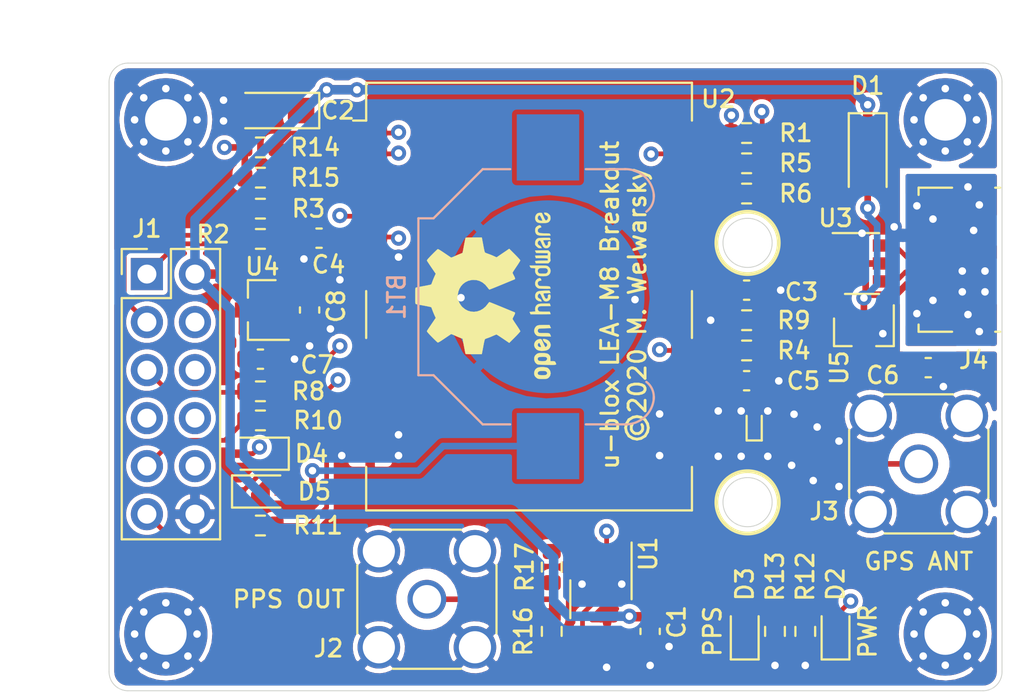
<source format=kicad_pcb>
(kicad_pcb (version 20171130) (host pcbnew 5.1.8-5.1.8)
  (layers (0 F.Cu signal) (1 In1.Cu power) (2 In2.Cu mixed) (31 B.Cu signal) (34 B.Paste user) (35 F.Paste user) (36 B.SilkS user) (37 F.SilkS user) (38 B.Mask user) (39 F.Mask user) (44 Edge.Cuts user))
  (net 0 "")
  (net 1 GND)
  (net 2 /GPS_RF)
  (net 3 "Net-(R4-Pad1)")
  (net 4 "Net-(R6-Pad2)")
  (net 5 /GPS_RXD)
  (net 6 /GPS_TXD)
  (net 7 VDD)
  (net 8 +5V)
  (net 9 "Net-(J4-Pad3)")
  (net 10 "Net-(J4-Pad2)")
  (net 11 "Net-(C5-Pad1)")
  (net 12 "Net-(J1-Pad3)")
  (net 13 "Net-(R5-Pad2)")
  (net 14 /USB_VBUS)
  (net 15 /VDD_USB)
  (net 16 "Net-(J1-Pad11)")
  (net 17 "Net-(J1-Pad10)")
  (net 18 "Net-(J1-Pad9)")
  (net 19 /SDA)
  (net 20 "Net-(J1-Pad5)")
  (net 21 /SCL)
  (net 22 "Net-(J1-Pad1)")
  (net 23 /TIMEPULSE)
  (net 24 /EXTINT1)
  (net 25 /EXTINT0)
  (net 26 /TIMEPULSE2)
  (net 27 /USB_D+)
  (net 28 /USB_D-)
  (net 29 "Net-(D2-Pad1)")
  (net 30 "Net-(D3-Pad1)")
  (net 31 /V_BKP)
  (net 32 /D_SEL)
  (net 33 "Net-(R16-Pad2)")
  (net 34 "Net-(R17-Pad2)")
  (net 35 /PPS_OUT)
  (net 36 "Net-(BT1-Pad1)")
  (module Package_TO_SOT_SMD:SOT-23 (layer F.Cu) (at 159.4 112.01 270)
    (fp_text reference U5 (at 1.9 1.3 90) (layer F.SilkS) (effects (font (size 0.9 0.9))))
    (fp_text value XC6206P332MR)
    (pad 3 smd rect (at 1 0 270) (size 0.9 0.8) (layers F.Cu F.Paste F.Mask) (net 14 /USB_VBUS))
    (pad 2 smd rect (at -1 0.95 270) (size 0.9 0.8) (layers F.Cu F.Paste F.Mask) (net 15 /VDD_USB))
    (pad 1 smd rect (at -1 -0.95 270) (size 0.9 0.8) (layers F.Cu F.Paste F.Mask) (net 1 GND))
  )
  (module Capacitor_SMD:C_0603_1608Metric (layer F.Cu) (at 153.2 109.81)
    (fp_text reference C3 (at 2.9 0.1) (layer F.SilkS) (effects (font (size 0.9 0.9))))
    (fp_text value 1u)
    (pad 2 smd roundrect (at 0.775 0) (size 0.9 0.95) (layers F.Cu F.Paste F.Mask) (net 1 GND))
    (pad 1 smd roundrect (at -0.775 0) (size 0.9 0.95) (layers F.Cu F.Paste F.Mask) (net 15 /VDD_USB))
  )
  (module Symbol:OSHW-Logo2_9.8x8mm_SilkScreen (layer F.Cu) (at 139.4 110.11 90)
    (fp_text reference OSHW1 hide)
    (fp_text value Logo_Open_Hardware_Small hide)
  )
  (module Capacitor_Tantalum_SMD:CP_EIA-3216-18_Kemet-A (layer F.Cu) (at 128.3 100.31 180)
    (fp_text reference C2 (at -3.3 0) (layer F.SilkS) (effects (font (size 0.9 0.9))))
    (fp_text value 10u)
    (pad 2 smd roundrect (at 1.35 0 180) (size 1.4 1.35) (layers F.Cu F.Paste F.Mask) (roundrect_rratio 0.1851844444444445) (net 1 GND))
    (pad 1 smd roundrect (at -1.35 0 180) (size 1.4 1.35) (layers F.Cu F.Paste F.Mask) (roundrect_rratio 0.1851844444444445) (net 8 +5V))
  )
  (module Diode_SMD:D_SOD-323 (layer F.Cu) (at 127.5 120.46)
    (fp_text reference D5 (at 2.85 0) (layer F.SilkS) (effects (font (size 0.9 0.9))))
    (fp_text value BAT54HT1G)
    (pad 2 smd rect (at 1.05 0) (size 0.6 0.45) (layers F.Cu F.Paste F.Mask) (net 36 "Net-(BT1-Pad1)"))
    (pad 1 smd rect (at -1.05 0) (size 0.6 0.45) (layers F.Cu F.Paste F.Mask) (net 31 /V_BKP))
  )
  (module Diode_SMD:D_SOD-923 (layer F.Cu) (at 153.6 116.96 90)
    (fp_text reference D6 hide)
    (fp_text value ESD9R3.3ST5G)
    (pad 2 smd rect (at 0.42 0 270) (size 0.36 0.25) (layers F.Cu F.Paste F.Mask) (net 1 GND))
    (pad 1 smd rect (at -0.42 0 270) (size 0.36 0.25) (layers F.Cu F.Paste F.Mask) (net 2 /GPS_RF) (clearance 0.2))
  )
  (module Capacitor_SMD:C_0603_1608Metric (layer F.Cu) (at 148.1 127.86 270)
    (fp_text reference C1 (at -0.5 -1.4 90) (layer F.SilkS) (effects (font (size 0.9 0.9))))
    (fp_text value 100n)
    (pad 2 smd roundrect (at 0.775 0 270) (size 0.9 0.95) (layers F.Cu F.Paste F.Mask) (net 1 GND))
    (pad 1 smd roundrect (at -0.775 0 270) (size 0.9 0.95) (layers F.Cu F.Paste F.Mask) (net 8 +5V))
  )
  (module Package_SO:VSSOP-8_3.0x3.0mm_P0.65mm (layer F.Cu) (at 145.5 126.16 270)
    (fp_text reference U1 (at -2.4 -2.5 90) (layer F.SilkS) (effects (font (size 0.9 0.9))))
    (fp_text value 74HCT2G125DP,125)
    (pad 8 smd rect (at 2.2 -0.975 180) (size 0.45 1.45) (layers F.Cu F.Paste F.Mask) (net 8 +5V))
    (pad 7 smd rect (at 2.2 -0.325 180) (size 0.45 1.45) (layers F.Cu F.Paste F.Mask) (net 1 GND))
    (pad 6 smd rect (at 2.2 0.325 180) (size 0.45 1.45) (layers F.Cu F.Paste F.Mask) (net 33 "Net-(R16-Pad2)"))
    (pad 5 smd rect (at 2.2 0.975 180) (size 0.45 1.45) (layers F.Cu F.Paste F.Mask) (net 23 /TIMEPULSE))
    (pad 4 smd rect (at -2.2 0.975 180) (size 0.45 1.45) (layers F.Cu F.Paste F.Mask) (net 1 GND))
    (pad 3 smd rect (at -2.2 0.325 180) (size 0.45 1.45) (layers F.Cu F.Paste F.Mask) (net 34 "Net-(R17-Pad2)"))
    (pad 2 smd rect (at -2.2 -0.325 180) (size 0.45 1.45) (layers F.Cu F.Paste F.Mask) (net 23 /TIMEPULSE))
    (pad 1 smd rect (at -2.2 -0.975 180) (size 0.45 1.45) (layers F.Cu F.Paste F.Mask) (net 1 GND))
  )
  (module Resistor_SMD:R_0603_1608Metric (layer F.Cu) (at 142.9 124.46 90)
    (fp_text reference R17 (at 0 -1.43 90) (layer F.SilkS) (effects (font (size 0.9 0.9))))
    (fp_text value 82)
    (pad 2 smd roundrect (at 0.825 0 90) (size 0.8 0.95) (layers F.Cu F.Paste F.Mask) (net 34 "Net-(R17-Pad2)"))
    (pad 1 smd roundrect (at -0.825 0 90) (size 0.8 0.95) (layers F.Cu F.Paste F.Mask) (net 35 /PPS_OUT) (clearance 0.2))
  )
  (module Resistor_SMD:R_0603_1608Metric (layer F.Cu) (at 142.9 127.86 270)
    (fp_text reference R16 (at 0 1.5 90) (layer F.SilkS) (effects (font (size 0.9 0.9))))
    (fp_text value 82)
    (pad 2 smd roundrect (at 0.825 0 270) (size 0.8 0.95) (layers F.Cu F.Paste F.Mask) (net 33 "Net-(R16-Pad2)"))
    (pad 1 smd roundrect (at -0.825 0 270) (size 0.8 0.95) (layers F.Cu F.Paste F.Mask) (net 35 /PPS_OUT) (clearance 0.2))
  )
  (module Connector_Coaxial:SMA_Amphenol_132134_Vertical (layer F.Cu) (at 136.3 126.16 180)
    (fp_text reference J2 (at 5.2 -2.6) (layer F.SilkS) (effects (font (size 0.9 0.9))))
    (fp_text value Conn_Coaxial)
    (pad 2 thru_hole circle (at -2.54 2.54 180) (size 2.25 2.25) (drill 1.7) (layers *.Cu *.Mask) (net 1 GND))
    (pad 2 thru_hole circle (at -2.54 -2.54 180) (size 2.25 2.25) (drill 1.7) (layers *.Cu *.Mask) (net 1 GND))
    (pad 2 thru_hole circle (at 2.54 -2.54 180) (size 2.25 2.25) (drill 1.7) (layers *.Cu *.Mask) (net 1 GND))
    (pad 2 thru_hole circle (at 2.54 2.54 180) (size 2.25 2.25) (drill 1.7) (layers *.Cu *.Mask) (net 1 GND))
    (pad 1 thru_hole circle (at 0 0 180) (size 2.05 2.05) (drill 1.5) (layers *.Cu *.Mask) (net 35 /PPS_OUT))
  )
  (module Resistor_SMD:R_0603_1608Metric (layer F.Cu) (at 127.5 102.26 180)
    (fp_text reference R14 (at -2.9 0) (layer F.SilkS) (effects (font (size 0.9 0.9))))
    (fp_text value DNP)
    (pad 2 smd roundrect (at 0.825 0 180) (size 0.8 0.95) (layers F.Cu F.Paste F.Mask) (net 7 VDD))
    (pad 1 smd roundrect (at -0.825 0 180) (size 0.8 0.95) (layers F.Cu F.Paste F.Mask) (net 19 /SDA))
  )
  (module Diode_SMD:D_SOD-323 (layer F.Cu) (at 127.5 118.46 180)
    (fp_text reference D4 (at -2.7 0) (layer F.SilkS) (effects (font (size 0.9 0.9))))
    (fp_text value 1N4148WS)
    (pad 2 smd rect (at 1.05 0 180) (size 0.6 0.45) (layers F.Cu F.Paste F.Mask) (net 7 VDD))
    (pad 1 smd rect (at -1.05 0 180) (size 0.6 0.45) (layers F.Cu F.Paste F.Mask) (net 31 /V_BKP))
  )
  (module Battery:BatteryHolder_Keystone_3000_1x12mm (layer B.Cu) (at 142.7 110.16 270)
    (fp_text reference BT1 (at 0 8 90) (layer B.SilkS) (effects (font (size 0.9 0.9)) (justify mirror)))
    (fp_text value "Keystone 3000")
    (pad 2 smd circle (at 0 0 270) (size 10.2 10.2) (layers B.Cu B.Mask) (net 1 GND))
    (pad 1 smd rect (at 7.9 0 270) (size 3.5 3.3) (layers B.Cu B.Paste B.Mask) (net 36 "Net-(BT1-Pad1)"))
    (pad 1 smd rect (at -7.9 0 270) (size 3.5 3.3) (layers B.Cu B.Paste B.Mask) (net 36 "Net-(BT1-Pad1)"))
  )
  (module Resistor_SMD:R_0603_1608Metric (layer F.Cu) (at 127.5 103.86 180)
    (fp_text reference R15 (at -2.9 0) (layer F.SilkS) (effects (font (size 0.9 0.9))))
    (fp_text value DNP)
    (pad 2 smd roundrect (at 0.825 0 180) (size 0.8 0.95) (layers F.Cu F.Paste F.Mask) (net 7 VDD))
    (pad 1 smd roundrect (at -0.825 0 180) (size 0.8 0.95) (layers F.Cu F.Paste F.Mask) (net 21 /SCL))
  )
  (module Resistor_SMD:R_0603_1608Metric (layer F.Cu) (at 153.2 111.4)
    (fp_text reference R9 (at 2.5 0.01 180) (layer F.SilkS) (effects (font (size 0.9 0.9))))
    (fp_text value 100k)
    (pad 2 smd roundrect (at 0.825 0) (size 0.8 0.95) (layers F.Cu F.Paste F.Mask) (net 15 /VDD_USB))
    (pad 1 smd roundrect (at -0.825 0) (size 0.8 0.95) (layers F.Cu F.Paste F.Mask) (net 1 GND))
  )
  (module Resistor_SMD:R_0603_1608Metric (layer F.Cu) (at 153.2 113)
    (fp_text reference R4 (at 2.5 0.01) (layer F.SilkS) (effects (font (size 0.9 0.9))))
    (fp_text value 10)
    (pad 2 smd roundrect (at 0.825 0) (size 0.8 0.95) (layers F.Cu F.Paste F.Mask) (net 11 "Net-(C5-Pad1)"))
    (pad 1 smd roundrect (at -0.825 0) (size 0.8 0.95) (layers F.Cu F.Paste F.Mask) (net 3 "Net-(R4-Pad1)"))
  )
  (module Capacitor_SMD:C_0603_1608Metric (layer F.Cu) (at 153.2 114.6)
    (fp_text reference C5 (at 3 0.01) (layer F.SilkS) (effects (font (size 0.9 0.9))))
    (fp_text value 10n)
    (pad 2 smd roundrect (at 0.775 0) (size 0.9 0.95) (layers F.Cu F.Paste F.Mask) (net 1 GND))
    (pad 1 smd roundrect (at -0.775 0) (size 0.9 0.95) (layers F.Cu F.Paste F.Mask) (net 11 "Net-(C5-Pad1)"))
  )
  (module Package_TO_SOT_SMD:SOT-23 (layer F.Cu) (at 127.6 110.86 180)
    (fp_text reference U4 (at 0 2.3) (layer F.SilkS) (effects (font (size 0.9 0.9))))
    (fp_text value XC6206P332MR)
    (pad 3 smd rect (at 1 0 180) (size 0.9 0.8) (layers F.Cu F.Paste F.Mask) (net 8 +5V))
    (pad 2 smd rect (at -1 0.95 180) (size 0.9 0.8) (layers F.Cu F.Paste F.Mask) (net 7 VDD))
    (pad 1 smd rect (at -1 -0.95 180) (size 0.9 0.8) (layers F.Cu F.Paste F.Mask) (net 1 GND))
  )
  (module Capacitor_SMD:C_0603_1608Metric (layer F.Cu) (at 130.1 110.86 270)
    (fp_text reference C8 (at -0.2 -1.4 270) (layer F.SilkS) (effects (font (size 0.9 0.9))))
    (fp_text value 1u)
    (pad 2 smd roundrect (at 0.775 0 270) (size 0.9 0.95) (layers F.Cu F.Paste F.Mask) (net 1 GND))
    (pad 1 smd roundrect (at -0.775 0 270) (size 0.9 0.95) (layers F.Cu F.Paste F.Mask) (net 7 VDD))
  )
  (module Capacitor_SMD:C_0603_1608Metric (layer F.Cu) (at 127.5 113.46)
    (fp_text reference C7 (at 3 0.3) (layer F.SilkS) (effects (font (size 0.9 0.9))))
    (fp_text value 1u)
    (pad 2 smd roundrect (at 0.775 0) (size 0.9 0.95) (layers F.Cu F.Paste F.Mask) (net 1 GND))
    (pad 1 smd roundrect (at -0.775 0) (size 0.9 0.95) (layers F.Cu F.Paste F.Mask) (net 8 +5V))
  )
  (module LED_SMD:LED_0603_1608Metric (layer F.Cu) (at 153.1 127.86 90)
    (fp_text reference D3 (at 2.5 0 90) (layer F.SilkS) (effects (font (size 0.9 0.9))))
    (fp_text value "LED Red")
    (pad 2 smd roundrect (at 0.7875 0 90) (size 0.875 0.95) (layers F.Cu F.Paste F.Mask) (net 23 /TIMEPULSE))
    (pad 1 smd roundrect (at -0.7875 0 90) (size 0.875 0.95) (layers F.Cu F.Paste F.Mask) (net 30 "Net-(D3-Pad1)"))
  )
  (module LED_SMD:LED_0603_1608Metric (layer F.Cu) (at 157.9 127.86 90)
    (fp_text reference D2 (at 2.5 0 90) (layer F.SilkS) (effects (font (size 0.9 0.9))))
    (fp_text value "LED Green")
    (pad 2 smd roundrect (at 0.7875 0 90) (size 0.875 0.95) (layers F.Cu F.Paste F.Mask) (net 7 VDD))
    (pad 1 smd roundrect (at -0.7875 0 90) (size 0.875 0.95) (layers F.Cu F.Paste F.Mask) (net 29 "Net-(D2-Pad1)"))
  )
  (module Diode_SMD:D_SOD-123 (layer F.Cu) (at 159.6 102.7 270)
    (fp_text reference D1 (at -3.7 0 180) (layer F.SilkS) (effects (font (size 0.9 0.9))))
    (fp_text value B5819W)
    (pad 2 smd rect (at 1.65 0 270) (size 0.9 1.2) (layers F.Cu F.Paste F.Mask) (net 14 /USB_VBUS))
    (pad 1 smd rect (at -1.65 0 270) (size 0.9 1.2) (layers F.Cu F.Paste F.Mask) (net 8 +5V))
  )
  (module Capacitor_SMD:C_0603_1608Metric (layer F.Cu) (at 162.8 113.91)
    (fp_text reference C6 (at -2.4 0.4) (layer F.SilkS) (effects (font (size 0.9 0.9))))
    (fp_text value 1u)
    (pad 2 smd roundrect (at 0.775 0) (size 0.9 0.95) (layers F.Cu F.Paste F.Mask) (net 1 GND))
    (pad 1 smd roundrect (at -0.775 0) (size 0.9 0.95) (layers F.Cu F.Paste F.Mask) (net 14 /USB_VBUS))
  )
  (module Connector_USB:USB_Micro-B_Molex_47346-0001 (layer F.Cu) (at 164 108.2 90)
    (fp_text reference J4 (at -5.31 1.2) (layer F.SilkS) (effects (font (size 0.9 0.9))))
    (fp_text value USB_B_Micro)
    (pad 6 smd rect (at 1.55 1.2 90) (size 1 1.9) (layers F.Cu F.Paste F.Mask) (net 1 GND))
    (pad 6 smd rect (at -1.15 1.2 90) (size 1.8 1.9) (layers F.Cu F.Paste F.Mask) (net 1 GND))
    (pad 6 smd rect (at 3.375 1.2 90) (size 1.65 1.3) (layers F.Cu F.Paste F.Mask) (net 1 GND))
    (pad 6 smd rect (at -3.375 1.2 90) (size 1.65 1.3) (layers F.Cu F.Paste F.Mask) (net 1 GND))
    (pad 6 smd rect (at 2.4875 -1.375 90) (size 1.425 1.55) (layers F.Cu F.Paste F.Mask) (net 1 GND))
    (pad 6 smd rect (at -2.4875 -1.375 90) (size 1.425 1.55) (layers F.Cu F.Paste F.Mask) (net 1 GND))
    (pad 5 smd rect (at 1.3 -1.46 90) (size 0.45 1.38) (layers F.Cu F.Paste F.Mask) (net 1 GND))
    (pad 4 smd rect (at 0.65 -1.46 90) (size 0.45 1.38) (layers F.Cu F.Paste F.Mask))
    (pad 3 smd rect (at 0 -1.46 90) (size 0.45 1.38) (layers F.Cu F.Paste F.Mask) (net 9 "Net-(J4-Pad3)"))
    (pad 2 smd rect (at -0.65 -1.46 90) (size 0.45 1.38) (layers F.Cu F.Paste F.Mask) (net 10 "Net-(J4-Pad2)"))
    (pad 1 smd rect (at -1.3 -1.46 90) (size 0.45 1.38) (layers F.Cu F.Paste F.Mask) (net 14 /USB_VBUS))
  )
  (module Resistor_SMD:R_0603_1608Metric (layer F.Cu) (at 154.7 127.86 90)
    (fp_text reference R13 (at 2.9 0 90) (layer F.SilkS) (effects (font (size 0.9 0.9))))
    (fp_text value 620)
    (pad 2 smd roundrect (at 0.825 0 90) (size 0.8 0.95) (layers F.Cu F.Paste F.Mask) (net 30 "Net-(D3-Pad1)"))
    (pad 1 smd roundrect (at -0.825 0 90) (size 0.8 0.95) (layers F.Cu F.Paste F.Mask) (net 1 GND))
  )
  (module Resistor_SMD:R_0603_1608Metric (layer F.Cu) (at 156.3 127.86 90)
    (fp_text reference R12 (at 2.9 0 90) (layer F.SilkS) (effects (font (size 0.9 0.9))))
    (fp_text value 620)
    (pad 2 smd roundrect (at 0.825 0 90) (size 0.8 0.95) (layers F.Cu F.Paste F.Mask) (net 29 "Net-(D2-Pad1)"))
    (pad 1 smd roundrect (at -0.825 0 90) (size 0.8 0.95) (layers F.Cu F.Paste F.Mask) (net 1 GND))
  )
  (module MountingHole:MountingHole_2.2mm_M2_Pad_Via (layer F.Cu) (at 122.5 128)
    (fp_text reference H4 hide)
    (fp_text value MountingHole_Pad)
    (pad 1 thru_hole circle (at 1.166726 -1.166726) (size 0.7 0.7) (drill 0.4) (layers *.Cu *.Mask) (net 1 GND))
    (pad 1 thru_hole circle (at 0 -1.65) (size 0.7 0.7) (drill 0.4) (layers *.Cu *.Mask) (net 1 GND))
    (pad 1 thru_hole circle (at -1.166726 -1.166726) (size 0.7 0.7) (drill 0.4) (layers *.Cu *.Mask) (net 1 GND))
    (pad 1 thru_hole circle (at -1.65 0) (size 0.7 0.7) (drill 0.4) (layers *.Cu *.Mask) (net 1 GND))
    (pad 1 thru_hole circle (at -1.166726 1.166726) (size 0.7 0.7) (drill 0.4) (layers *.Cu *.Mask) (net 1 GND))
    (pad 1 thru_hole circle (at 0 1.65) (size 0.7 0.7) (drill 0.4) (layers *.Cu *.Mask) (net 1 GND))
    (pad 1 thru_hole circle (at 1.166726 1.166726) (size 0.7 0.7) (drill 0.4) (layers *.Cu *.Mask) (net 1 GND))
    (pad 1 thru_hole circle (at 1.65 0) (size 0.7 0.7) (drill 0.4) (layers *.Cu *.Mask) (net 1 GND))
    (pad 1 thru_hole circle (at 0 0) (size 4.4 4.4) (drill 2.2) (layers *.Cu *.Mask) (net 1 GND))
  )
  (module MountingHole:MountingHole_2.2mm_M2_Pad_Via (layer F.Cu) (at 163.7 128)
    (fp_text reference H3 hide)
    (fp_text value MountingHole_Pad)
    (pad 1 thru_hole circle (at 1.166726 -1.166726) (size 0.7 0.7) (drill 0.4) (layers *.Cu *.Mask) (net 1 GND))
    (pad 1 thru_hole circle (at 0 -1.65) (size 0.7 0.7) (drill 0.4) (layers *.Cu *.Mask) (net 1 GND))
    (pad 1 thru_hole circle (at -1.166726 -1.166726) (size 0.7 0.7) (drill 0.4) (layers *.Cu *.Mask) (net 1 GND))
    (pad 1 thru_hole circle (at -1.65 0) (size 0.7 0.7) (drill 0.4) (layers *.Cu *.Mask) (net 1 GND))
    (pad 1 thru_hole circle (at -1.166726 1.166726) (size 0.7 0.7) (drill 0.4) (layers *.Cu *.Mask) (net 1 GND))
    (pad 1 thru_hole circle (at 0 1.65) (size 0.7 0.7) (drill 0.4) (layers *.Cu *.Mask) (net 1 GND))
    (pad 1 thru_hole circle (at 1.166726 1.166726) (size 0.7 0.7) (drill 0.4) (layers *.Cu *.Mask) (net 1 GND))
    (pad 1 thru_hole circle (at 1.65 0) (size 0.7 0.7) (drill 0.4) (layers *.Cu *.Mask) (net 1 GND))
    (pad 1 thru_hole circle (at 0 0) (size 4.4 4.4) (drill 2.2) (layers *.Cu *.Mask) (net 1 GND))
  )
  (module MountingHole:MountingHole_2.2mm_M2_Pad_Via (layer F.Cu) (at 163.7 100.8)
    (fp_text reference H2 hide)
    (fp_text value MountingHole_Pad)
    (pad 1 thru_hole circle (at 1.166726 -1.166726) (size 0.7 0.7) (drill 0.4) (layers *.Cu *.Mask) (net 1 GND))
    (pad 1 thru_hole circle (at 0 -1.65) (size 0.7 0.7) (drill 0.4) (layers *.Cu *.Mask) (net 1 GND))
    (pad 1 thru_hole circle (at -1.166726 -1.166726) (size 0.7 0.7) (drill 0.4) (layers *.Cu *.Mask) (net 1 GND))
    (pad 1 thru_hole circle (at -1.65 0) (size 0.7 0.7) (drill 0.4) (layers *.Cu *.Mask) (net 1 GND))
    (pad 1 thru_hole circle (at -1.166726 1.166726) (size 0.7 0.7) (drill 0.4) (layers *.Cu *.Mask) (net 1 GND))
    (pad 1 thru_hole circle (at 0 1.65) (size 0.7 0.7) (drill 0.4) (layers *.Cu *.Mask) (net 1 GND))
    (pad 1 thru_hole circle (at 1.166726 1.166726) (size 0.7 0.7) (drill 0.4) (layers *.Cu *.Mask) (net 1 GND))
    (pad 1 thru_hole circle (at 1.65 0) (size 0.7 0.7) (drill 0.4) (layers *.Cu *.Mask) (net 1 GND))
    (pad 1 thru_hole circle (at 0 0) (size 4.4 4.4) (drill 2.2) (layers *.Cu *.Mask) (net 1 GND))
  )
  (module MountingHole:MountingHole_2.2mm_M2_Pad_Via (layer F.Cu) (at 122.5 100.8)
    (fp_text reference H1 hide)
    (fp_text value MountingHole_Pad)
    (pad 1 thru_hole circle (at 1.166726 -1.166726) (size 0.7 0.7) (drill 0.4) (layers *.Cu *.Mask) (net 1 GND))
    (pad 1 thru_hole circle (at 0 -1.65) (size 0.7 0.7) (drill 0.4) (layers *.Cu *.Mask) (net 1 GND))
    (pad 1 thru_hole circle (at -1.166726 -1.166726) (size 0.7 0.7) (drill 0.4) (layers *.Cu *.Mask) (net 1 GND))
    (pad 1 thru_hole circle (at -1.65 0) (size 0.7 0.7) (drill 0.4) (layers *.Cu *.Mask) (net 1 GND))
    (pad 1 thru_hole circle (at -1.166726 1.166726) (size 0.7 0.7) (drill 0.4) (layers *.Cu *.Mask) (net 1 GND))
    (pad 1 thru_hole circle (at 0 1.65) (size 0.7 0.7) (drill 0.4) (layers *.Cu *.Mask) (net 1 GND))
    (pad 1 thru_hole circle (at 1.166726 1.166726) (size 0.7 0.7) (drill 0.4) (layers *.Cu *.Mask) (net 1 GND))
    (pad 1 thru_hole circle (at 1.65 0) (size 0.7 0.7) (drill 0.4) (layers *.Cu *.Mask) (net 1 GND))
    (pad 1 thru_hole circle (at 0 0) (size 4.4 4.4) (drill 2.2) (layers *.Cu *.Mask) (net 1 GND))
  )
  (module Resistor_SMD:R_0603_1608Metric (layer F.Cu) (at 127.5 122.26)
    (fp_text reference R11 (at 3.048 0) (layer F.SilkS) (effects (font (size 0.9 0.9))))
    (fp_text value 27)
    (pad 2 smd roundrect (at 0.825 0) (size 0.8 0.95) (layers F.Cu F.Paste F.Mask) (net 26 /TIMEPULSE2))
    (pad 1 smd roundrect (at -0.825 0) (size 0.8 0.95) (layers F.Cu F.Paste F.Mask) (net 16 "Net-(J1-Pad11)"))
  )
  (module Resistor_SMD:R_0603_1608Metric (layer F.Cu) (at 127.5 116.7)
    (fp_text reference R10 (at 3.048 0) (layer F.SilkS) (effects (font (size 0.9 0.9))))
    (fp_text value 27)
    (pad 2 smd roundrect (at 0.825 0) (size 0.8 0.95) (layers F.Cu F.Paste F.Mask) (net 24 /EXTINT1))
    (pad 1 smd roundrect (at -0.825 0) (size 0.8 0.95) (layers F.Cu F.Paste F.Mask) (net 18 "Net-(J1-Pad9)"))
  )
  (module Resistor_SMD:R_0603_1608Metric (layer F.Cu) (at 127.5 115.16)
    (fp_text reference R8 (at 2.54 0) (layer F.SilkS) (effects (font (size 0.9 0.9))))
    (fp_text value 27)
    (pad 2 smd roundrect (at 0.825 0) (size 0.8 0.95) (layers F.Cu F.Paste F.Mask) (net 25 /EXTINT0))
    (pad 1 smd roundrect (at -0.825 0) (size 0.8 0.95) (layers F.Cu F.Paste F.Mask) (net 20 "Net-(J1-Pad5)"))
  )
  (module Connector_PinHeader_2.54mm:PinHeader_2x06_P2.54mm_Vertical (layer F.Cu) (at 121.5 108.96)
    (fp_text reference J1 (at 0 -2.4) (layer F.SilkS) (effects (font (size 0.9 0.9))))
    (fp_text value Conn_02x06_Odd_Even)
    (pad 12 thru_hole oval (at 2.54 12.7) (size 1.7 1.7) (drill 1) (layers *.Cu *.Mask) (net 1 GND))
    (pad 11 thru_hole oval (at 0 12.7) (size 1.7 1.7) (drill 1) (layers *.Cu *.Mask) (net 16 "Net-(J1-Pad11)"))
    (pad 10 thru_hole oval (at 2.54 10.16) (size 1.7 1.7) (drill 1) (layers *.Cu *.Mask) (net 17 "Net-(J1-Pad10)"))
    (pad 9 thru_hole oval (at 0 10.16) (size 1.7 1.7) (drill 1) (layers *.Cu *.Mask) (net 18 "Net-(J1-Pad9)"))
    (pad 8 thru_hole oval (at 2.54 7.62) (size 1.7 1.7) (drill 1) (layers *.Cu *.Mask))
    (pad 7 thru_hole oval (at 0 7.62) (size 1.7 1.7) (drill 1) (layers *.Cu *.Mask) (net 32 /D_SEL))
    (pad 6 thru_hole oval (at 2.54 5.08) (size 1.7 1.7) (drill 1) (layers *.Cu *.Mask) (net 19 /SDA))
    (pad 5 thru_hole oval (at 0 5.08) (size 1.7 1.7) (drill 1) (layers *.Cu *.Mask) (net 20 "Net-(J1-Pad5)"))
    (pad 4 thru_hole oval (at 2.54 2.54) (size 1.7 1.7) (drill 1) (layers *.Cu *.Mask) (net 21 /SCL))
    (pad 3 thru_hole oval (at 0 2.54) (size 1.7 1.7) (drill 1) (layers *.Cu *.Mask) (net 12 "Net-(J1-Pad3)"))
    (pad 2 thru_hole oval (at 2.54 0) (size 1.7 1.7) (drill 1) (layers *.Cu *.Mask) (net 8 +5V))
    (pad 1 thru_hole rect (at 0 0) (size 1.7 1.7) (drill 1) (layers *.Cu *.Mask) (net 22 "Net-(J1-Pad1)"))
  )
  (module Resistor_SMD:R_0603_1608Metric (layer F.Cu) (at 153.2 104.7 180)
    (fp_text reference R6 (at -2.6 0) (layer F.SilkS) (effects (font (size 0.9 0.9))))
    (fp_text value 27)
    (pad 2 smd roundrect (at 0.825 0 180) (size 0.8 0.95) (layers F.Cu F.Paste F.Mask) (net 4 "Net-(R6-Pad2)"))
    (pad 1 smd roundrect (at -0.825 0 180) (size 0.8 0.95) (layers F.Cu F.Paste F.Mask) (net 28 /USB_D-))
  )
  (module Resistor_SMD:R_0603_1608Metric (layer F.Cu) (at 153.2 103.1 180)
    (fp_text reference R5 (at -2.6 0) (layer F.SilkS) (effects (font (size 0.9 0.9))))
    (fp_text value 27)
    (pad 2 smd roundrect (at 0.825 0 180) (size 0.8 0.95) (layers F.Cu F.Paste F.Mask) (net 13 "Net-(R5-Pad2)"))
    (pad 1 smd roundrect (at -0.825 0 180) (size 0.8 0.95) (layers F.Cu F.Paste F.Mask) (net 27 /USB_D+))
  )
  (module Resistor_SMD:R_0603_1608Metric (layer F.Cu) (at 127.5 105.5)
    (fp_text reference R3 (at 2.54 0) (layer F.SilkS) (effects (font (size 0.9 0.9))))
    (fp_text value 27)
    (pad 2 smd roundrect (at 0.825 0) (size 0.8 0.95) (layers F.Cu F.Paste F.Mask) (net 6 /GPS_TXD))
    (pad 1 smd roundrect (at -0.825 0) (size 0.8 0.95) (layers F.Cu F.Paste F.Mask) (net 12 "Net-(J1-Pad3)"))
  )
  (module Resistor_SMD:R_0603_1608Metric (layer F.Cu) (at 127.5 107.1)
    (fp_text reference R2 (at -2.5 -0.24) (layer F.SilkS) (effects (font (size 0.9 0.9))))
    (fp_text value 27)
    (pad 2 smd roundrect (at 0.825 0) (size 0.8 0.95) (layers F.Cu F.Paste F.Mask) (net 5 /GPS_RXD))
    (pad 1 smd roundrect (at -0.825 0) (size 0.8 0.95) (layers F.Cu F.Paste F.Mask) (net 22 "Net-(J1-Pad1)"))
  )
  (module Resistor_SMD:R_0603_1608Metric (layer F.Cu) (at 153.2 101.5)
    (fp_text reference R1 (at 2.6 0) (layer F.SilkS) (effects (font (size 0.9 0.9))))
    (fp_text value 27)
    (pad 2 smd roundrect (at 0.825 0) (size 0.8 0.95) (layers F.Cu F.Paste F.Mask) (net 17 "Net-(J1-Pad10)"))
    (pad 1 smd roundrect (at -0.825 0) (size 0.8 0.95) (layers F.Cu F.Paste F.Mask) (net 23 /TIMEPULSE))
  )
  (module Capacitor_SMD:C_0603_1608Metric (layer F.Cu) (at 130.6 107.06 180)
    (fp_text reference C4 (at -0.5 -1.4) (layer F.SilkS) (effects (font (size 0.9 0.9))))
    (fp_text value 1u)
    (pad 2 smd roundrect (at 0.775 0 180) (size 0.9 0.95) (layers F.Cu F.Paste F.Mask) (net 1 GND))
    (pad 1 smd roundrect (at -0.775 0 180) (size 0.9 0.95) (layers F.Cu F.Paste F.Mask) (net 7 VDD))
  )
  (module RF_GPS:ublox_LEA (layer F.Cu) (at 141.7 110)
    (fp_text reference U2 (at 10 -10.3) (layer F.SilkS) (effects (font (size 0.9 0.9))))
    (fp_text value UBLOX_LEA-M8T-0)
    (pad 28 smd roundrect (at 8.4 -8.5) (size 1.8 0.8) (layers F.Cu F.Paste F.Mask) (net 23 /TIMEPULSE))
    (pad 27 smd roundrect (at 8.4 -7.4) (size 1.8 0.8) (layers F.Cu F.Paste F.Mask) (net 25 /EXTINT0))
    (pad 26 smd roundrect (at 8.4 -6.3) (size 1.8 0.8) (layers F.Cu F.Paste F.Mask) (net 13 "Net-(R5-Pad2)"))
    (pad 25 smd roundrect (at 8.4 -5.2) (size 1.8 0.8) (layers F.Cu F.Paste F.Mask) (net 4 "Net-(R6-Pad2)"))
    (pad 24 smd roundrect (at 8.4 -4.1) (size 1.8 0.8) (layers F.Cu F.Paste F.Mask) (net 15 /VDD_USB))
    (pad 23 smd roundrect (at 8.4 -3) (size 1.8 0.8) (layers F.Cu F.Paste F.Mask))
    (pad 22 smd roundrect (at 8.4 -1.9) (size 1.8 0.8) (layers F.Cu F.Paste F.Mask))
    (pad 21 smd roundrect (at 8.4 -0.8) (size 1.8 0.8) (layers F.Cu F.Paste F.Mask))
    (pad 20 smd roundrect (at 8.4 3) (size 1.8 0.8) (layers F.Cu F.Paste F.Mask) (net 24 /EXTINT1))
    (pad 19 smd roundrect (at 8.4 4.1) (size 1.8 0.8) (layers F.Cu F.Paste F.Mask) (net 3 "Net-(R4-Pad1)"))
    (pad 18 smd roundrect (at 8.4 5.2) (size 1.8 0.8) (layers F.Cu F.Paste F.Mask) (net 11 "Net-(C5-Pad1)"))
    (pad 17 smd roundrect (at 8.4 6.3) (size 1.8 0.8) (layers F.Cu F.Paste F.Mask) (net 1 GND))
    (pad 16 smd roundrect (at 8.4 7.4) (size 1.8 0.8) (layers F.Cu F.Paste F.Mask) (net 2 /GPS_RF) (clearance 0.2))
    (pad 15 smd roundrect (at 8.4 8.5) (size 1.8 0.8) (layers F.Cu F.Paste F.Mask) (net 1 GND))
    (pad 14 smd roundrect (at -8.4 8.5) (size 1.8 0.8) (layers F.Cu F.Paste F.Mask) (net 1 GND))
    (pad 13 smd roundrect (at -8.4 7.4) (size 1.8 0.8) (layers F.Cu F.Paste F.Mask) (net 1 GND))
    (pad 12 smd roundrect (at -8.4 6.3) (size 1.8 0.8) (layers F.Cu F.Paste F.Mask) (net 26 /TIMEPULSE2))
    (pad 11 smd roundrect (at -8.4 5.2) (size 1.8 0.8) (layers F.Cu F.Paste F.Mask) (net 31 /V_BKP))
    (pad 10 smd roundrect (at -8.4 4.1) (size 1.8 0.8) (layers F.Cu F.Paste F.Mask))
    (pad 9 smd roundrect (at -8.4 3) (size 1.8 0.8) (layers F.Cu F.Paste F.Mask))
    (pad 8 smd roundrect (at -8.4 -0.8) (size 1.8 0.8) (layers F.Cu F.Paste F.Mask))
    (pad 7 smd roundrect (at -8.4 -1.9) (size 1.8 0.8) (layers F.Cu F.Paste F.Mask) (net 1 GND))
    (pad 6 smd roundrect (at -8.4 -3) (size 1.8 0.8) (layers F.Cu F.Paste F.Mask) (net 7 VDD))
    (pad 5 smd roundrect (at -8.4 -4.1) (size 1.8 0.8) (layers F.Cu F.Paste F.Mask) (net 32 /D_SEL))
    (pad 4 smd roundrect (at -8.4 -5.2) (size 1.8 0.8) (layers F.Cu F.Paste F.Mask) (net 5 /GPS_RXD))
    (pad 3 smd roundrect (at -8.4 -6.3) (size 1.8 0.8) (layers F.Cu F.Paste F.Mask) (net 6 /GPS_TXD))
    (pad 2 smd roundrect (at -8.4 -7.4) (size 1.8 0.8) (layers F.Cu F.Paste F.Mask) (net 21 /SCL))
    (pad 1 smd roundrect (at -8.4 -8.5) (size 1.8 0.8) (layers F.Cu F.Paste F.Mask) (net 19 /SDA))
  )
  (module Connector_Coaxial:SMA_Amphenol_132134_Vertical (layer F.Cu) (at 162.3 119)
    (fp_text reference J3 (at -5 2.51) (layer F.SilkS) (effects (font (size 0.9 0.9))))
    (fp_text value Conn_Coaxial)
    (pad 2 thru_hole circle (at -2.54 2.54) (size 2.25 2.25) (drill 1.7) (layers *.Cu *.Mask) (net 1 GND))
    (pad 2 thru_hole circle (at -2.54 -2.54) (size 2.25 2.25) (drill 1.7) (layers *.Cu *.Mask) (net 1 GND))
    (pad 2 thru_hole circle (at 2.54 -2.54) (size 2.25 2.25) (drill 1.7) (layers *.Cu *.Mask) (net 1 GND))
    (pad 2 thru_hole circle (at 2.54 2.54) (size 2.25 2.25) (drill 1.7) (layers *.Cu *.Mask) (net 1 GND))
    (pad 1 thru_hole circle (at 0 0) (size 2.05 2.05) (drill 1.5) (layers *.Cu *.Mask) (net 2 /GPS_RF))
  )
  (module Package_TO_SOT_SMD:SOT-23-6 (layer F.Cu) (at 159.3 108.4)
    (fp_text reference U3 (at -1.4 -2.4 180) (layer F.SilkS) (effects (font (size 0.9 0.9))))
    (fp_text value TPUSBLC6-2SC6)
    (pad 5 smd rect (at 1.1 0) (size 1.06 0.65) (layers F.Cu F.Paste F.Mask) (net 14 /USB_VBUS))
    (pad 6 smd rect (at 1.1 -0.95) (size 1.06 0.65) (layers F.Cu F.Paste F.Mask) (net 9 "Net-(J4-Pad3)"))
    (pad 4 smd rect (at 1.1 0.95) (size 1.06 0.65) (layers F.Cu F.Paste F.Mask) (net 10 "Net-(J4-Pad2)"))
    (pad 3 smd rect (at -1.1 0.95) (size 1.06 0.65) (layers F.Cu F.Paste F.Mask) (net 28 /USB_D-))
    (pad 2 smd rect (at -1.1 0) (size 1.06 0.65) (layers F.Cu F.Paste F.Mask) (net 1 GND))
    (pad 1 smd rect (at -1.1 -0.95) (size 1.06 0.65) (layers F.Cu F.Paste F.Mask) (net 27 /USB_D+))
  )
  (gr_text "PPS OUT" (at 129 126.16) (layer F.SilkS) (effects (font (size 0.9 0.9))))
  (gr_text "GPS ANT" (at 162.3 124.16) (layer F.SilkS) (effects (font (size 0.9 0.9))))
  (gr_text PWR (at 159.6 127.86 90) (layer F.SilkS) (effects (font (size 0.9 0.9))))
  (gr_text PPS (at 151.4 127.86 90) (layer F.SilkS) (effects (font (size 0.9 0.9))))
  (gr_circle (center 153.25 107.309) (end 154.55 107.309) (layer Edge.Cuts) (width 0.05))
  (gr_circle (center 153.25 121.025) (end 154.55 121.025) (layer Edge.Cuts) (width 0.05))
  (gr_arc (start 165.7 130) (end 165.7 131) (angle -90) (layer Edge.Cuts) (width 0.05))
  (gr_arc (start 165.7 98.8) (end 166.7 98.8) (angle -90) (layer Edge.Cuts) (width 0.05))
  (gr_arc (start 120.5 98.8) (end 120.5 97.8) (angle -90) (layer Edge.Cuts) (width 0.05))
  (gr_arc (start 120.5 130) (end 119.5 130) (angle -90) (layer Edge.Cuts) (width 0.05))
  (gr_circle (center 153.25 121.035) (end 154.9 121.035) (layer F.SilkS) (width 0.2))
  (gr_circle (center 153.25 107.31) (end 154.9 107.31) (layer F.SilkS) (width 0.2))
  (gr_text "u-blox LEA-M8 Breakout\n©2020 M. Welwarsky" (at 146.7 110.6 90) (layer F.SilkS) (effects (font (size 0.9 0.9))))
  (gr_line (start 120.5 131) (end 165.7 131) (layer Edge.Cuts) (width 0.05))
  (gr_line (start 119.5 98.8) (end 119.5 130) (layer Edge.Cuts) (width 0.05))
  (gr_line (start 165.7 97.8) (end 120.5 97.8) (layer Edge.Cuts) (width 0.05))
  (gr_line (start 166.7 130) (end 166.7 98.8) (layer Edge.Cuts) (width 0.05))
  (via (at 147.3 110.31) (size 0.8) (drill 0.4) (layers F.Cu B.Cu) (net 1))
  (via (at 138.1 110.21) (size 0.8) (drill 0.4) (layers F.Cu B.Cu) (net 1))
  (via (at 162.2 111.05) (size 0.8) (drill 0.4) (layers F.Cu B.Cu) (net 1))
  (via (at 163.05 110.35) (size 0.8) (drill 0.4) (layers F.Cu B.Cu) (net 1))
  (via (at 165.5 112) (size 0.8) (drill 0.4) (layers F.Cu B.Cu) (net 1))
  (via (at 164.9 111.1) (size 0.8) (drill 0.4) (layers F.Cu B.Cu) (net 1))
  (via (at 165.8 109.9) (size 0.8) (drill 0.4) (layers F.Cu B.Cu) (net 1))
  (via (at 164.6 109.9) (size 0.8) (drill 0.4) (layers F.Cu B.Cu) (net 1))
  (via (at 165.8 108.8) (size 0.8) (drill 0.4) (layers F.Cu B.Cu) (net 1))
  (via (at 164.6 108.8) (size 0.8) (drill 0.4) (layers F.Cu B.Cu) (net 1))
  (via (at 165.2 106.65) (size 0.8) (drill 0.4) (layers F.Cu B.Cu) (net 1))
  (via (at 163.05 106.05) (size 0.8) (drill 0.4) (layers F.Cu B.Cu) (net 1))
  (via (at 162.2 105.35) (size 0.8) (drill 0.4) (layers F.Cu B.Cu) (net 1))
  (via (at 165.5 105.3) (size 0.8) (drill 0.4) (layers F.Cu B.Cu) (net 1))
  (via (at 164.9 104.35) (size 0.8) (drill 0.4) (layers F.Cu B.Cu) (net 1))
  (via (at 159.3 106.799998) (size 0.8) (drill 0.4) (layers F.Cu B.Cu) (net 1))
  (segment (start 158.2 108.4) (end 158.771458 108.4) (width 0.35) (layer F.Cu) (net 1))
  (segment (start 158.771458 108.4) (end 159.3 107.871458) (width 0.35) (layer F.Cu) (net 1))
  (segment (start 159.3 107.871458) (end 159.3 106.799998) (width 0.35) (layer F.Cu) (net 1))
  (via (at 158.082041 117.793867) (size 0.8) (drill 0.4) (layers F.Cu B.Cu) (net 1))
  (via (at 156.928372 117.050568) (size 0.8) (drill 0.4) (layers F.Cu B.Cu) (net 1))
  (via (at 155.706027 116.374035) (size 0.8) (drill 0.4) (layers F.Cu B.Cu) (net 1))
  (via (at 154.318139 116.2) (size 0.8) (drill 0.4) (layers F.Cu B.Cu) (net 1))
  (via (at 152.912092 116.2) (size 0.8) (drill 0.4) (layers F.Cu B.Cu) (net 1))
  (via (at 151.7 118.6) (size 0.8) (drill 0.4) (layers F.Cu B.Cu) (net 1))
  (via (at 152.912092 118.6) (size 0.8) (drill 0.4) (layers F.Cu B.Cu) (net 1))
  (via (at 154.318139 118.6) (size 0.8) (drill 0.4) (layers F.Cu B.Cu) (net 1))
  (via (at 155.579434 119.07649) (size 0.8) (drill 0.4) (layers F.Cu B.Cu) (net 1))
  (via (at 156.72078 119.882672) (size 0.8) (drill 0.4) (layers F.Cu B.Cu) (net 1))
  (via (at 158.08189 120.197461) (size 0.8) (drill 0.4) (layers F.Cu B.Cu) (net 1))
  (via (at 151.7 116.2) (size 0.8) (drill 0.4) (layers F.Cu B.Cu) (net 1))
  (via (at 151.3 111.4) (size 0.8) (drill 0.4) (layers F.Cu B.Cu) (net 1))
  (via (at 131.8 118.56) (size 0.8) (drill 0.4) (layers F.Cu B.Cu) (net 1))
  (via (at 134.8 118.56) (size 0.8) (drill 0.4) (layers F.Cu B.Cu) (net 1))
  (via (at 154.9 114.61) (size 0.8) (drill 0.4) (layers F.Cu B.Cu) (net 1))
  (via (at 129.3 113.46) (size 0.8) (drill 0.4) (layers F.Cu B.Cu) (net 1))
  (via (at 129.8 108.16) (size 0.8) (drill 0.4) (layers F.Cu B.Cu) (net 1))
  (via (at 134.8 108.06) (size 0.8) (drill 0.4) (layers F.Cu B.Cu) (net 1))
  (via (at 131.7 109.26) (size 0.8) (drill 0.4) (layers F.Cu B.Cu) (net 1))
  (via (at 131.2 111.86) (size 0.8) (drill 0.4) (layers F.Cu B.Cu) (net 1))
  (via (at 130.1 112.76) (size 0.8) (drill 0.4) (layers F.Cu B.Cu) (net 1))
  (via (at 134.8 117.46) (size 0.8) (drill 0.4) (layers F.Cu B.Cu) (net 1))
  (via (at 148.6 116.36) (size 0.8) (drill 0.4) (layers F.Cu B.Cu) (net 1))
  (via (at 148.6 118.56) (size 0.8) (drill 0.4) (layers F.Cu B.Cu) (net 1))
  (via (at 149.1 128.66) (size 0.8) (drill 0.4) (layers F.Cu B.Cu) (net 1))
  (via (at 148.1 129.66) (size 0.8) (drill 0.4) (layers F.Cu B.Cu) (net 1))
  (via (at 161 106.46) (size 0.8) (drill 0.4) (layers F.Cu B.Cu) (net 1))
  (segment (start 154.6625 128.6475) (end 154.7 128.685) (width 0.25) (layer F.Cu) (net 1))
  (via (at 154.7 129.66) (size 0.8) (drill 0.4) (layers F.Cu B.Cu) (net 1))
  (via (at 156.3 129.66) (size 0.8) (drill 0.4) (layers F.Cu B.Cu) (net 1))
  (via (at 144.5 125.36) (size 0.8) (drill 0.4) (layers F.Cu B.Cu) (net 1))
  (via (at 146.6 125.36) (size 0.8) (drill 0.4) (layers F.Cu B.Cu) (net 1))
  (via (at 145.8 129.76) (size 0.8) (drill 0.4) (layers F.Cu B.Cu) (net 1))
  (segment (start 153.6 116.54) (end 153.6 116.21) (width 0.25) (layer F.Cu) (net 1))
  (via (at 125.55 99.76) (size 0.8) (drill 0.4) (layers F.Cu B.Cu) (net 1))
  (via (at 125.55 100.86) (size 0.8) (drill 0.4) (layers F.Cu B.Cu) (net 1))
  (via (at 163.6 114.91) (size 0.8) (drill 0.4) (layers F.Cu B.Cu) (net 1))
  (via (at 160.4 112.11) (size 0.8) (drill 0.4) (layers F.Cu B.Cu) (net 1))
  (via (at 155 109.81) (size 0.8) (drill 0.4) (layers F.Cu B.Cu) (net 1))
  (segment (start 151.256528 117.4) (end 150.1 117.4) (width 0.29337) (layer F.Cu) (net 2))
  (segment (start 156.492893 118.292893) (end 156.307106 118.107106) (width 0.29337) (layer F.Cu) (net 2))
  (segment (start 156.578712 118.3746) (end 156.492893 118.292893) (width 0.29337) (layer F.Cu) (net 2))
  (segment (start 156.668438 118.451998) (end 156.578712 118.3746) (width 0.29337) (layer F.Cu) (net 2))
  (segment (start 156.761854 118.5249) (end 156.668438 118.451998) (width 0.29337) (layer F.Cu) (net 2))
  (segment (start 156.858734 118.593131) (end 156.761854 118.5249) (width 0.29337) (layer F.Cu) (net 2))
  (segment (start 156.958845 118.656526) (end 156.858734 118.593131) (width 0.29337) (layer F.Cu) (net 2))
  (segment (start 157.061947 118.714932) (end 156.958845 118.656526) (width 0.29337) (layer F.Cu) (net 2))
  (segment (start 157.16779 118.768209) (end 157.061947 118.714932) (width 0.29337) (layer F.Cu) (net 2))
  (segment (start 157.27612 118.816228) (end 157.16779 118.768209) (width 0.29337) (layer F.Cu) (net 2))
  (segment (start 157.386675 118.858874) (end 157.27612 118.816228) (width 0.29337) (layer F.Cu) (net 2))
  (segment (start 157.49919 118.896044) (end 157.386675 118.858874) (width 0.29337) (layer F.Cu) (net 2))
  (segment (start 157.613393 118.927649) (end 157.49919 118.896044) (width 0.29337) (layer F.Cu) (net 2))
  (segment (start 157.72901 118.953611) (end 157.613393 118.927649) (width 0.29337) (layer F.Cu) (net 2))
  (segment (start 157.845761 118.973869) (end 157.72901 118.953611) (width 0.29337) (layer F.Cu) (net 2))
  (segment (start 157.963365 118.988374) (end 157.845761 118.973869) (width 0.29337) (layer F.Cu) (net 2))
  (segment (start 158.08154 118.997091) (end 157.963365 118.988374) (width 0.29337) (layer F.Cu) (net 2))
  (segment (start 158.2 119) (end 158.08154 118.997091) (width 0.29337) (layer F.Cu) (net 2))
  (segment (start 158.2 119) (end 162.3 119) (width 0.29337) (layer F.Cu) (net 2))
  (segment (start 156.221285 118.025398) (end 156.307106 118.107106) (width 0.29337) (layer F.Cu) (net 2))
  (segment (start 156.131559 117.948) (end 156.221285 118.025398) (width 0.29337) (layer F.Cu) (net 2))
  (segment (start 156.038144 117.875098) (end 156.131559 117.948) (width 0.29337) (layer F.Cu) (net 2))
  (segment (start 155.941264 117.806868) (end 156.038144 117.875098) (width 0.29337) (layer F.Cu) (net 2))
  (segment (start 155.841153 117.743473) (end 155.941264 117.806868) (width 0.29337) (layer F.Cu) (net 2))
  (segment (start 155.738051 117.685067) (end 155.841153 117.743473) (width 0.29337) (layer F.Cu) (net 2))
  (segment (start 155.632208 117.63179) (end 155.738051 117.685067) (width 0.29337) (layer F.Cu) (net 2))
  (segment (start 155.523878 117.58377) (end 155.632208 117.63179) (width 0.29337) (layer F.Cu) (net 2))
  (segment (start 155.413323 117.541125) (end 155.523878 117.58377) (width 0.29337) (layer F.Cu) (net 2))
  (segment (start 155.300808 117.503955) (end 155.413323 117.541125) (width 0.29337) (layer F.Cu) (net 2))
  (segment (start 155.186605 117.47235) (end 155.300808 117.503955) (width 0.29337) (layer F.Cu) (net 2))
  (segment (start 155.070989 117.446388) (end 155.186605 117.47235) (width 0.29337) (layer F.Cu) (net 2))
  (segment (start 154.954238 117.42613) (end 155.070989 117.446388) (width 0.29337) (layer F.Cu) (net 2))
  (segment (start 154.836634 117.411625) (end 154.954238 117.42613) (width 0.29337) (layer F.Cu) (net 2))
  (segment (start 154.718459 117.402908) (end 154.836634 117.411625) (width 0.29337) (layer F.Cu) (net 2))
  (segment (start 154.6 117.4) (end 154.718459 117.402908) (width 0.29337) (layer F.Cu) (net 2))
  (segment (start 154.6 117.4) (end 151.256528 117.4) (width 0.29337) (layer F.Cu) (net 2))
  (segment (start 151.275 114.1) (end 152.375 113) (width 0.25) (layer F.Cu) (net 3))
  (segment (start 150.1 114.1) (end 151.275 114.1) (width 0.25) (layer F.Cu) (net 3))
  (segment (start 152.275 104.8) (end 152.375 104.7) (width 0.25) (layer F.Cu) (net 4))
  (segment (start 150.1 104.8) (end 152.275 104.8) (width 0.25) (layer F.Cu) (net 4))
  (segment (start 130.625 104.8) (end 133.3 104.8) (width 0.25) (layer F.Cu) (net 5))
  (segment (start 128.325 107.1) (end 130.625 104.8) (width 0.25) (layer F.Cu) (net 5))
  (segment (start 130.125 103.7) (end 133.3 103.7) (width 0.25) (layer F.Cu) (net 6))
  (segment (start 128.325 105.5) (end 130.125 103.7) (width 0.25) (layer F.Cu) (net 6))
  (via (at 134.8 107.06) (size 0.8) (drill 0.4) (layers F.Cu B.Cu) (net 7))
  (segment (start 134.74 107) (end 134.8 107.06) (width 0.25) (layer F.Cu) (net 7))
  (segment (start 133.3 107) (end 134.74 107) (width 0.25) (layer F.Cu) (net 7))
  (segment (start 128.6 109.91) (end 129.15 109.91) (width 0.5) (layer F.Cu) (net 7))
  (segment (start 129.325 110.085) (end 130.1 110.085) (width 0.5) (layer F.Cu) (net 7))
  (segment (start 129.15 109.91) (end 129.325 110.085) (width 0.5) (layer F.Cu) (net 7))
  (segment (start 133.24 107.06) (end 133.3 107) (width 0.5) (layer F.Cu) (net 7))
  (segment (start 131.375 107.06) (end 133.24 107.06) (width 0.5) (layer F.Cu) (net 7))
  (segment (start 126.675 103.86) (end 126.675 102.26) (width 0.35) (layer F.Cu) (net 7))
  (segment (start 130.650001 108.568001) (end 130.650001 107.909999) (width 0.5) (layer F.Cu) (net 7))
  (segment (start 130.1 109.118002) (end 130.650001 108.568001) (width 0.5) (layer F.Cu) (net 7))
  (segment (start 130.1 110.085) (end 130.1 109.118002) (width 0.5) (layer F.Cu) (net 7))
  (segment (start 131.375 107.185) (end 131.375 107.06) (width 0.5) (layer F.Cu) (net 7))
  (segment (start 130.650001 107.909999) (end 131.375 107.185) (width 0.5) (layer F.Cu) (net 7))
  (via (at 158.7 126.26) (size 0.8) (drill 0.4) (layers F.Cu B.Cu) (net 7))
  (segment (start 157.9 127.06) (end 158.7 126.26) (width 0.25) (layer F.Cu) (net 7))
  (segment (start 157.9 127.0725) (end 157.9 127.06) (width 0.25) (layer F.Cu) (net 7))
  (via (at 125.600002 102.26) (size 0.8) (drill 0.4) (layers F.Cu B.Cu) (net 7))
  (segment (start 126.675 102.26) (end 125.600002 102.26) (width 0.35) (layer F.Cu) (net 7))
  (segment (start 126.45 118.46) (end 126.55 118.46) (width 0.25) (layer F.Cu) (net 7))
  (via (at 127.45 118.11) (size 0.8) (drill 0.4) (layers F.Cu B.Cu) (net 7))
  (segment (start 127.1 118.46) (end 127.45 118.11) (width 0.25) (layer F.Cu) (net 7))
  (segment (start 126.45 118.46) (end 127.1 118.46) (width 0.25) (layer F.Cu) (net 7))
  (via (at 159.600002 100) (size 0.8) (drill 0.4) (layers F.Cu B.Cu) (net 8))
  (segment (start 159.6 101.05) (end 159.6 100.000002) (width 0.5) (layer F.Cu) (net 8))
  (segment (start 159.6 100.000002) (end 159.600002 100) (width 0.5) (layer F.Cu) (net 8))
  (segment (start 124.04 108.96) (end 125.7 108.96) (width 0.5) (layer F.Cu) (net 8))
  (segment (start 126.6 109.86) (end 126.6 110.86) (width 0.5) (layer F.Cu) (net 8))
  (segment (start 125.7 108.96) (end 126.6 109.86) (width 0.5) (layer F.Cu) (net 8))
  (segment (start 126.6 112.06) (end 126.6 110.86) (width 0.5) (layer F.Cu) (net 8))
  (segment (start 126.725 112.185) (end 126.6 112.06) (width 0.5) (layer F.Cu) (net 8))
  (segment (start 126.725 113.46) (end 126.725 112.185) (width 0.5) (layer F.Cu) (net 8))
  (segment (start 148.1 127.085) (end 148.1 127.16) (width 0.35) (layer F.Cu) (net 8))
  (segment (start 146.9 128.36) (end 146.475 128.36) (width 0.35) (layer F.Cu) (net 8))
  (segment (start 148.1 127.16) (end 146.9 128.36) (width 0.35) (layer F.Cu) (net 8))
  (segment (start 124.04 109.541998) (end 124.04 108.96) (width 0.5) (layer B.Cu) (net 8))
  (via (at 147.000018 127.06) (size 0.8) (drill 0.4) (layers F.Cu B.Cu) (net 8))
  (segment (start 147.025018 127.085) (end 147.000018 127.06) (width 0.5) (layer F.Cu) (net 8))
  (segment (start 148.1 127.085) (end 147.025018 127.085) (width 0.5) (layer F.Cu) (net 8))
  (segment (start 125.9 110.82) (end 124.04 108.96) (width 0.5) (layer B.Cu) (net 8))
  (segment (start 125.9 118.96) (end 125.9 110.82) (width 0.5) (layer B.Cu) (net 8))
  (segment (start 128.6 121.66) (end 125.9 118.96) (width 0.5) (layer B.Cu) (net 8))
  (segment (start 140.7 121.66) (end 128.6 121.66) (width 0.5) (layer B.Cu) (net 8))
  (segment (start 143 123.96) (end 140.7 121.66) (width 0.5) (layer B.Cu) (net 8))
  (segment (start 143 126.26) (end 143 123.96) (width 0.5) (layer B.Cu) (net 8))
  (segment (start 143.8 127.06) (end 143 126.26) (width 0.5) (layer B.Cu) (net 8))
  (segment (start 147.000018 127.06) (end 143.8 127.06) (width 0.5) (layer B.Cu) (net 8))
  (segment (start 129.65 100.31) (end 129.8 100.31) (width 0.5) (layer F.Cu) (net 8))
  (segment (start 129.8 100.31) (end 130.9 99.21) (width 0.5) (layer F.Cu) (net 8))
  (segment (start 130.9 99.21) (end 131 99.21) (width 0.5) (layer F.Cu) (net 8))
  (segment (start 158.810002 99.21) (end 159.600002 100) (width 0.5) (layer B.Cu) (net 8))
  (segment (start 130.9 99.21) (end 158.810002 99.21) (width 0.5) (layer B.Cu) (net 8))
  (segment (start 124.04 106.07) (end 130.9 99.21) (width 0.5) (layer B.Cu) (net 8))
  (segment (start 124.04 108.96) (end 124.04 106.07) (width 0.5) (layer B.Cu) (net 8))
  (segment (start 131 99.21) (end 132.6 99.21) (width 0.5) (layer F.Cu) (net 8))
  (via (at 131 99.21) (size 0.8) (drill 0.4) (layers F.Cu B.Cu) (net 8))
  (segment (start 132.6 99.21) (end 132.6 99.21) (width 0.5) (layer F.Cu) (net 8))
  (via (at 132.6 99.21) (size 0.8) (drill 0.4) (layers F.Cu B.Cu) (net 8))
  (segment (start 161.8 108.2) (end 162.64 108.2) (width 0.25) (layer F.Cu) (net 9))
  (segment (start 161.05 107.45) (end 161.8 108.2) (width 0.25) (layer F.Cu) (net 9))
  (segment (start 160.4 107.45) (end 161.05 107.45) (width 0.25) (layer F.Cu) (net 9))
  (segment (start 161.097878 109.35) (end 161.597878 108.85) (width 0.25) (layer F.Cu) (net 10))
  (segment (start 160.4 109.35) (end 161.097878 109.35) (width 0.25) (layer F.Cu) (net 10))
  (segment (start 161.597878 108.85) (end 162.64 108.85) (width 0.25) (layer F.Cu) (net 10))
  (segment (start 154.025 113) (end 152.425 114.6) (width 0.25) (layer F.Cu) (net 11))
  (segment (start 151.825 115.2) (end 152.425 114.6) (width 0.25) (layer F.Cu) (net 11))
  (segment (start 150.1 115.2) (end 151.825 115.2) (width 0.25) (layer F.Cu) (net 11))
  (segment (start 120.3 107.937) (end 120.551999 107.685001) (width 0.25) (layer F.Cu) (net 12))
  (segment (start 125.264991 106.910009) (end 126.675 105.5) (width 0.25) (layer F.Cu) (net 12))
  (segment (start 120.3 110.3) (end 120.3 107.937) (width 0.25) (layer F.Cu) (net 12))
  (segment (start 121.5 111.5) (end 120.3 110.3) (width 0.25) (layer F.Cu) (net 12))
  (segment (start 120.551999 107.685001) (end 122.048001 107.685001) (width 0.25) (layer F.Cu) (net 12))
  (segment (start 122.048001 107.685001) (end 122.822993 106.910009) (width 0.25) (layer F.Cu) (net 12))
  (segment (start 122.822993 106.910009) (end 125.264991 106.910009) (width 0.25) (layer F.Cu) (net 12))
  (segment (start 151.775 103.7) (end 152.375 103.1) (width 0.25) (layer F.Cu) (net 13))
  (segment (start 150.1 103.7) (end 151.775 103.7) (width 0.25) (layer F.Cu) (net 13))
  (via (at 159.6 105.460002) (size 0.8) (drill 0.4) (layers F.Cu B.Cu) (net 14))
  (segment (start 159.6 104.35) (end 159.6 105.460002) (width 0.35) (layer F.Cu) (net 14))
  (segment (start 161.104999 110.050001) (end 161.655 109.5) (width 0.35) (layer F.Cu) (net 14))
  (segment (start 161.655 109.5) (end 162.64 109.5) (width 0.35) (layer F.Cu) (net 14))
  (segment (start 159.494999 109.975001) (end 159.569999 110.050001) (width 0.35) (layer F.Cu) (net 14))
  (segment (start 159.569999 110.050001) (end 161.104999 110.050001) (width 0.35) (layer F.Cu) (net 14))
  (segment (start 159.494999 108.525001) (end 159.494999 109.975001) (width 0.35) (layer F.Cu) (net 14))
  (segment (start 159.62 108.4) (end 159.494999 108.525001) (width 0.35) (layer F.Cu) (net 14))
  (segment (start 160.4 108.4) (end 159.62 108.4) (width 0.35) (layer F.Cu) (net 14))
  (segment (start 159.4 110.22) (end 159.569999 110.050001) (width 0.35) (layer F.Cu) (net 14))
  (segment (start 159.4 113.01) (end 159.4 110.22) (width 0.35) (layer F.Cu) (net 14))
  (segment (start 160.3 113.91) (end 159.4 113.01) (width 0.35) (layer F.Cu) (net 14))
  (segment (start 162.025 113.91) (end 160.3 113.91) (width 0.35) (layer F.Cu) (net 14))
  (segment (start 159.6 105.86) (end 159.6 105.460002) (width 0.35) (layer B.Cu) (net 14))
  (segment (start 160.1 106.36) (end 159.6 105.86) (width 0.35) (layer B.Cu) (net 14))
  (segment (start 160.1 109.52) (end 160.1 106.36) (width 0.35) (layer B.Cu) (net 14))
  (via (at 159.4 110.22) (size 0.8) (drill 0.4) (layers F.Cu B.Cu) (net 14))
  (segment (start 160.1 109.52) (end 159.4 110.22) (width 0.35) (layer B.Cu) (net 14))
  (segment (start 151 105.9) (end 150.1 105.9) (width 0.25) (layer F.Cu) (net 15))
  (segment (start 151.32501 106.22501) (end 151 105.9) (width 0.25) (layer F.Cu) (net 15))
  (segment (start 151.32501 108.75001) (end 151.32501 106.22501) (width 0.25) (layer F.Cu) (net 15))
  (segment (start 152.375 109.8) (end 151.32501 108.75001) (width 0.25) (layer F.Cu) (net 15))
  (segment (start 154.015 111.4) (end 152.425 109.81) (width 0.25) (layer F.Cu) (net 15))
  (segment (start 154.025 111.4) (end 154.015 111.4) (width 0.25) (layer F.Cu) (net 15))
  (segment (start 158.45 111.01) (end 156.2 111.01) (width 0.35) (layer F.Cu) (net 15))
  (segment (start 155.81 111.4) (end 154.025 111.4) (width 0.35) (layer F.Cu) (net 15))
  (segment (start 156.2 111.01) (end 155.81 111.4) (width 0.35) (layer F.Cu) (net 15))
  (segment (start 122.675001 122.835001) (end 121.5 121.66) (width 0.25) (layer F.Cu) (net 16))
  (segment (start 126.099999 122.835001) (end 122.675001 122.835001) (width 0.25) (layer F.Cu) (net 16))
  (segment (start 126.675 122.26) (end 126.099999 122.835001) (width 0.25) (layer F.Cu) (net 16))
  (via (at 154 100.36) (size 0.8) (drill 0.4) (layers F.Cu B.Cu) (net 17))
  (segment (start 154.025 100.385) (end 154 100.36) (width 0.25) (layer F.Cu) (net 17))
  (segment (start 154.025 101.5) (end 154.025 100.385) (width 0.25) (layer F.Cu) (net 17))
  (segment (start 122.864999 117.755001) (end 121.5 119.12) (width 0.25) (layer F.Cu) (net 18))
  (segment (start 125.619999 117.755001) (end 122.864999 117.755001) (width 0.25) (layer F.Cu) (net 18))
  (segment (start 126.675 116.7) (end 125.619999 117.755001) (width 0.25) (layer F.Cu) (net 18))
  (via (at 134.8 101.46) (size 0.8) (drill 0.4) (layers F.Cu B.Cu) (net 19))
  (segment (start 134.76 101.5) (end 134.8 101.46) (width 0.25) (layer F.Cu) (net 19))
  (segment (start 133.3 101.5) (end 134.76 101.5) (width 0.25) (layer F.Cu) (net 19))
  (segment (start 129.085 101.5) (end 133.3 101.5) (width 0.25) (layer F.Cu) (net 19))
  (segment (start 128.325 102.26) (end 129.085 101.5) (width 0.25) (layer F.Cu) (net 19))
  (segment (start 122.675001 115.215001) (end 121.5 114.04) (width 0.25) (layer F.Cu) (net 20))
  (segment (start 126.619999 115.215001) (end 122.675001 115.215001) (width 0.25) (layer F.Cu) (net 20))
  (segment (start 126.675 115.16) (end 126.619999 115.215001) (width 0.25) (layer F.Cu) (net 20))
  (via (at 134.8 102.56) (size 0.8) (drill 0.4) (layers F.Cu B.Cu) (net 21))
  (segment (start 134.76 102.6) (end 134.8 102.56) (width 0.25) (layer F.Cu) (net 21))
  (segment (start 133.3 102.6) (end 134.76 102.6) (width 0.25) (layer F.Cu) (net 21))
  (segment (start 128.325 103.86) (end 128.325 103.835) (width 0.25) (layer F.Cu) (net 21))
  (segment (start 129.56 102.6) (end 133.3 102.6) (width 0.25) (layer F.Cu) (net 21))
  (segment (start 128.325 103.835) (end 129.56 102.6) (width 0.25) (layer F.Cu) (net 21))
  (segment (start 123.09998 107.36002) (end 121.5 108.96) (width 0.25) (layer F.Cu) (net 22))
  (segment (start 126.41498 107.36002) (end 123.09998 107.36002) (width 0.25) (layer F.Cu) (net 22))
  (segment (start 126.675 107.1) (end 126.41498 107.36002) (width 0.25) (layer F.Cu) (net 22))
  (segment (start 150.1 101.5) (end 152.375 101.5) (width 0.25) (layer F.Cu) (net 23))
  (segment (start 144.525 126.935) (end 144.525 128.36) (width 0.25) (layer F.Cu) (net 23))
  (segment (start 145.825 125.635) (end 144.525 126.935) (width 0.25) (layer F.Cu) (net 23))
  (segment (start 145.825 123.96) (end 145.825 125.635) (width 0.25) (layer F.Cu) (net 23))
  (via (at 152.4 100.56) (size 0.8) (drill 0.4) (layers F.Cu B.Cu) (net 23))
  (segment (start 152.375 100.585) (end 152.4 100.56) (width 0.25) (layer F.Cu) (net 23))
  (segment (start 152.375 101.5) (end 152.375 100.585) (width 0.25) (layer F.Cu) (net 23))
  (via (at 145.8 122.56) (size 0.8) (drill 0.4) (layers F.Cu B.Cu) (net 23))
  (segment (start 145.8 123.935) (end 145.825 123.96) (width 0.25) (layer F.Cu) (net 23))
  (segment (start 145.8 122.56) (end 145.8 123.935) (width 0.25) (layer F.Cu) (net 23))
  (segment (start 146.35 126.16) (end 145.825 125.635) (width 0.25) (layer F.Cu) (net 23))
  (segment (start 152.1875 126.16) (end 146.35 126.16) (width 0.25) (layer F.Cu) (net 23))
  (segment (start 153.1 127.0725) (end 152.1875 126.16) (width 0.25) (layer F.Cu) (net 23))
  (via (at 131.6 114.56) (size 0.8) (drill 0.4) (layers F.Cu B.Cu) (net 24))
  (segment (start 129.46 116.7) (end 128.325 116.7) (width 0.25) (layer F.Cu) (net 24))
  (segment (start 131.6 114.56) (end 129.46 116.7) (width 0.25) (layer F.Cu) (net 24))
  (via (at 148.599996 112.96) (size 0.8) (drill 0.4) (layers F.Cu B.Cu) (net 24))
  (segment (start 150.1 113) (end 148.639996 113) (width 0.25) (layer F.Cu) (net 24))
  (segment (start 148.639996 113) (end 148.599996 112.96) (width 0.25) (layer F.Cu) (net 24))
  (via (at 131.7 112.759996) (size 0.8) (drill 0.4) (layers F.Cu B.Cu) (net 25))
  (segment (start 128.325 115.16) (end 129.299996 115.16) (width 0.25) (layer F.Cu) (net 25))
  (segment (start 129.299996 115.16) (end 131.7 112.759996) (width 0.25) (layer F.Cu) (net 25))
  (segment (start 148.16 102.6) (end 148.15 102.61) (width 0.25) (layer F.Cu) (net 25))
  (segment (start 150.1 102.6) (end 148.16 102.6) (width 0.25) (layer F.Cu) (net 25))
  (via (at 148.15 102.61) (size 0.8) (drill 0.4) (layers F.Cu B.Cu) (net 25))
  (segment (start 131 118.057522) (end 132.757522 116.3) (width 0.25) (layer F.Cu) (net 26))
  (segment (start 131 121.31) (end 131 118.057522) (width 0.25) (layer F.Cu) (net 26))
  (segment (start 130.05 122.26) (end 131 121.31) (width 0.25) (layer F.Cu) (net 26))
  (segment (start 132.757522 116.3) (end 133.3 116.3) (width 0.25) (layer F.Cu) (net 26))
  (segment (start 128.325 122.26) (end 130.05 122.26) (width 0.25) (layer F.Cu) (net 26))
  (segment (start 155.496164 103.667844) (end 155.932156 104.103836) (width 0.261112) (layer F.Cu) (net 27))
  (segment (start 154.592844 103.667844) (end 155.496164 103.667844) (width 0.261112) (layer F.Cu) (net 27))
  (segment (start 154.025 103.1) (end 154.592844 103.667844) (width 0.261112) (layer F.Cu) (net 27))
  (segment (start 155.932156 104.103836) (end 155.932156 107.803836) (width 0.261112) (layer F.Cu) (net 27))
  (segment (start 157.404999 107.45) (end 158.2 107.45) (width 0.261112) (layer F.Cu) (net 27))
  (segment (start 156.687155 108.167844) (end 157.404999 107.45) (width 0.261112) (layer F.Cu) (net 27))
  (segment (start 156.296164 108.167844) (end 156.687155 108.167844) (width 0.261112) (layer F.Cu) (net 27))
  (segment (start 155.932156 107.803836) (end 156.296164 108.167844) (width 0.261112) (layer F.Cu) (net 27))
  (segment (start 155.303836 104.132156) (end 155.467844 104.296164) (width 0.261112) (layer F.Cu) (net 28))
  (segment (start 154.025 104.7) (end 154.592844 104.132156) (width 0.261112) (layer F.Cu) (net 28))
  (segment (start 154.592844 104.132156) (end 155.303836 104.132156) (width 0.261112) (layer F.Cu) (net 28))
  (segment (start 155.467844 104.296164) (end 155.467844 107.996164) (width 0.261112) (layer F.Cu) (net 28))
  (segment (start 157.404999 109.35) (end 158.2 109.35) (width 0.261112) (layer F.Cu) (net 28))
  (segment (start 156.103836 108.632156) (end 156.687155 108.632156) (width 0.261112) (layer F.Cu) (net 28))
  (segment (start 155.467844 107.996164) (end 156.103836 108.632156) (width 0.261112) (layer F.Cu) (net 28))
  (segment (start 156.687155 108.632156) (end 157.404999 109.35) (width 0.261112) (layer F.Cu) (net 28))
  (segment (start 157.8625 128.685) (end 157.9 128.6475) (width 0.25) (layer F.Cu) (net 29))
  (segment (start 156.3 127.0475) (end 157.9 128.6475) (width 0.25) (layer F.Cu) (net 29))
  (segment (start 156.3 127.035) (end 156.3 127.0475) (width 0.25) (layer F.Cu) (net 29))
  (segment (start 153.1 128.635) (end 154.7 127.035) (width 0.25) (layer F.Cu) (net 30))
  (segment (start 153.1 128.6475) (end 153.1 128.635) (width 0.25) (layer F.Cu) (net 30))
  (segment (start 126.55 120.46) (end 128.55 118.46) (width 0.25) (layer F.Cu) (net 31))
  (segment (start 126.45 120.46) (end 126.55 120.46) (width 0.25) (layer F.Cu) (net 31))
  (segment (start 132.16 115.2) (end 133.3 115.2) (width 0.25) (layer F.Cu) (net 31))
  (segment (start 128.9 118.46) (end 132.16 115.2) (width 0.25) (layer F.Cu) (net 31))
  (segment (start 128.55 118.46) (end 128.9 118.46) (width 0.25) (layer F.Cu) (net 31))
  (via (at 131.7 105.86) (size 0.8) (drill 0.4) (layers F.Cu B.Cu) (net 32))
  (segment (start 131.74 105.9) (end 131.7 105.86) (width 0.25) (layer F.Cu) (net 32))
  (segment (start 133.3 105.9) (end 131.74 105.9) (width 0.25) (layer F.Cu) (net 32))
  (segment (start 143.625001 129.410001) (end 142.9 128.685) (width 0.25) (layer F.Cu) (net 33))
  (segment (start 145.175 129.335) (end 145.099999 129.410001) (width 0.25) (layer F.Cu) (net 33))
  (segment (start 145.099999 129.410001) (end 143.625001 129.410001) (width 0.25) (layer F.Cu) (net 33))
  (segment (start 145.175 128.36) (end 145.175 129.335) (width 0.25) (layer F.Cu) (net 33))
  (segment (start 143.625001 122.909999) (end 142.9 123.635) (width 0.25) (layer F.Cu) (net 34))
  (segment (start 145.175 122.985) (end 145.099999 122.909999) (width 0.25) (layer F.Cu) (net 34))
  (segment (start 145.099999 122.909999) (end 143.625001 122.909999) (width 0.25) (layer F.Cu) (net 34))
  (segment (start 145.175 123.96) (end 145.175 122.985) (width 0.25) (layer F.Cu) (net 34))
  (segment (start 136.3 126.16) (end 142.9 126.16) (width 0.29337) (layer F.Cu) (net 35))
  (segment (start 142.9 126.16) (end 142.9 127.035) (width 0.29337) (layer F.Cu) (net 35))
  (segment (start 142.9 125.285) (end 142.9 126.16) (width 0.29337) (layer F.Cu) (net 35))
  (segment (start 142.7 118.06) (end 137.15 118.06) (width 0.35) (layer B.Cu) (net 36))
  (segment (start 135.85 119.36) (end 130.25 119.36) (width 0.35) (layer B.Cu) (net 36))
  (segment (start 137.15 118.06) (end 135.85 119.36) (width 0.35) (layer B.Cu) (net 36))
  (via (at 130.25 119.36) (size 0.8) (drill 0.4) (layers F.Cu B.Cu) (net 36))
  (segment (start 130.25 119.36) (end 130.25 120.11) (width 0.35) (layer F.Cu) (net 36))
  (segment (start 129.9 120.46) (end 128.55 120.46) (width 0.35) (layer F.Cu) (net 36))
  (segment (start 130.25 120.11) (end 129.9 120.46) (width 0.35) (layer F.Cu) (net 36))
  (zone (net 1) (net_name GND) (layer F.Cu) (connect_pads (clearance 0.25)) (min_thickness 0.25) (fill yes (arc_segments 32) (thermal_gap 0.25) (thermal_bridge_width 0.5))
    (polygon (pts (xy 166.7 131.06) (xy 119.5 131.06) (xy 119.5 97.8) (xy 166.7 97.8)))
  )
  (zone (net 1) (net_name GND) (layer B.Cu) (connect_pads (clearance 0.25)) (min_thickness 0.25) (fill yes (arc_segments 32) (thermal_gap 0.25) (thermal_bridge_width 0.5))
    (polygon (pts (xy 166.7 131.06) (xy 119.5 131.06) (xy 119.5 97.8) (xy 166.7 97.8)))
  )
  (zone (net 0) (net_name "") (layers F.Cu In1.Cu In2.Cu B.Cu) (connect_pads (clearance 0.25)) (min_thickness 0.254)
    (keepout (tracks allowed) (vias allowed) (copperpour not_allowed))
    (fill (arc_segments 32) (thermal_gap 0.508) (thermal_bridge_width 0.508))
    (polygon (pts (xy 166.7 103.66) (xy 161.3 103.66) (xy 161.3 103.36) (xy 166.7 103.36)))
  )
  (zone (net 0) (net_name "") (layers F.Cu In1.Cu In2.Cu B.Cu) (connect_pads (clearance 0.25)) (min_thickness 0.254)
    (keepout (tracks allowed) (vias allowed) (copperpour not_allowed))
    (fill (arc_segments 32) (thermal_gap 0.508) (thermal_bridge_width 0.508))
    (polygon (pts (xy 161.6 106.56) (xy 161.3 106.56) (xy 161.3 103.66) (xy 161.6 103.66)))
  )
  (zone (net 0) (net_name "") (layers F.Cu In1.Cu In2.Cu B.Cu) (connect_pads (clearance 0.25)) (min_thickness 0.254)
    (keepout (tracks allowed) (vias allowed) (copperpour not_allowed))
    (fill (arc_segments 32) (thermal_gap 0.508) (thermal_bridge_width 0.508))
    (polygon (pts (xy 161.6 113.06) (xy 161.3 113.06) (xy 161.3 107.26) (xy 161.6 107.26)))
  )
  (zone (net 0) (net_name "") (layers F.Cu In1.Cu In2.Cu B.Cu) (connect_pads (clearance 0.25)) (min_thickness 0.254)
    (keepout (tracks allowed) (vias allowed) (copperpour not_allowed))
    (fill (arc_segments 32) (thermal_gap 0.508) (thermal_bridge_width 0.508))
    (polygon (pts (xy 166.7 113.06) (xy 161.6 113.06) (xy 161.6 112.76) (xy 166.7 112.76)))
  )
)
</source>
